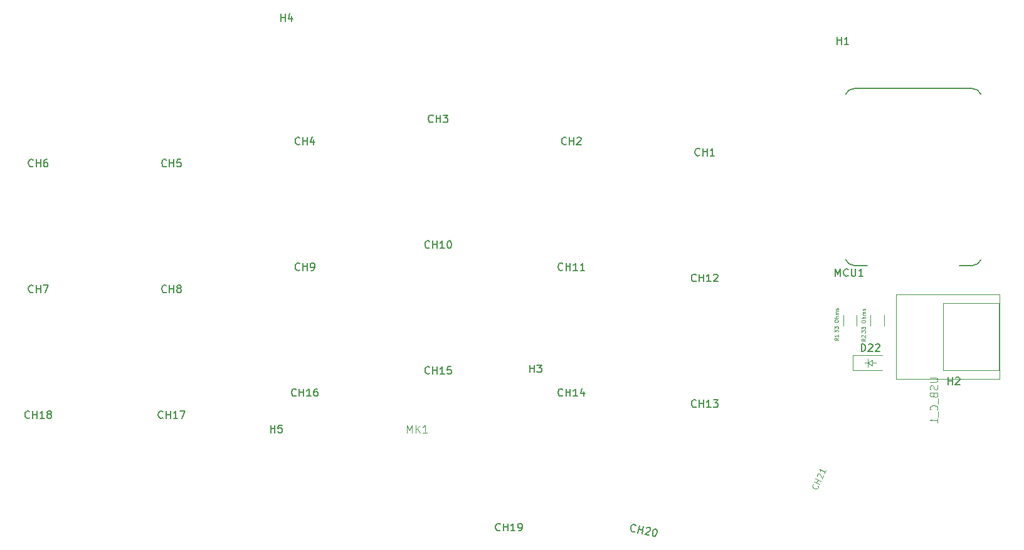
<source format=gto>
%TF.GenerationSoftware,KiCad,Pcbnew,9.0.5*%
%TF.CreationDate,2025-11-02T20:14:42+07:00*%
%TF.ProjectId,moon_knight_v1,6d6f6f6e-5f6b-46e6-9967-68745f76312e,rev?*%
%TF.SameCoordinates,Original*%
%TF.FileFunction,Legend,Top*%
%TF.FilePolarity,Positive*%
%FSLAX46Y46*%
G04 Gerber Fmt 4.6, Leading zero omitted, Abs format (unit mm)*
G04 Created by KiCad (PCBNEW 9.0.5) date 2025-11-02 20:14:42*
%MOMM*%
%LPD*%
G01*
G04 APERTURE LIST*
%ADD10C,0.100000*%
%ADD11C,0.150000*%
%ADD12C,0.125000*%
%ADD13C,0.120000*%
G04 APERTURE END LIST*
D10*
X69215074Y-97777419D02*
X69215074Y-96777419D01*
X69215074Y-96777419D02*
X69548407Y-97491704D01*
X69548407Y-97491704D02*
X69881740Y-96777419D01*
X69881740Y-96777419D02*
X69881740Y-97777419D01*
X70357931Y-97777419D02*
X70357931Y-96777419D01*
X70929359Y-97777419D02*
X70500788Y-97205990D01*
X70929359Y-96777419D02*
X70357931Y-97348847D01*
X71881740Y-97777419D02*
X71310312Y-97777419D01*
X71596026Y-97777419D02*
X71596026Y-96777419D01*
X71596026Y-96777419D02*
X71500788Y-96920276D01*
X71500788Y-96920276D02*
X71405550Y-97015514D01*
X71405550Y-97015514D02*
X71310312Y-97063133D01*
D11*
X127239285Y-45289819D02*
X127239285Y-44289819D01*
X127239285Y-44766009D02*
X127810713Y-44766009D01*
X127810713Y-45289819D02*
X127810713Y-44289819D01*
X128810713Y-45289819D02*
X128239285Y-45289819D01*
X128524999Y-45289819D02*
X128524999Y-44289819D01*
X128524999Y-44289819D02*
X128429761Y-44432676D01*
X128429761Y-44432676D02*
X128334523Y-44527914D01*
X128334523Y-44527914D02*
X128239285Y-44575533D01*
D12*
X131035999Y-85088333D02*
X130797904Y-85254999D01*
X131035999Y-85374047D02*
X130535999Y-85374047D01*
X130535999Y-85374047D02*
X130535999Y-85183571D01*
X130535999Y-85183571D02*
X130559809Y-85135952D01*
X130559809Y-85135952D02*
X130583618Y-85112142D01*
X130583618Y-85112142D02*
X130631237Y-85088333D01*
X130631237Y-85088333D02*
X130702666Y-85088333D01*
X130702666Y-85088333D02*
X130750285Y-85112142D01*
X130750285Y-85112142D02*
X130774094Y-85135952D01*
X130774094Y-85135952D02*
X130797904Y-85183571D01*
X130797904Y-85183571D02*
X130797904Y-85374047D01*
X130583618Y-84897856D02*
X130559809Y-84874047D01*
X130559809Y-84874047D02*
X130535999Y-84826428D01*
X130535999Y-84826428D02*
X130535999Y-84707380D01*
X130535999Y-84707380D02*
X130559809Y-84659761D01*
X130559809Y-84659761D02*
X130583618Y-84635952D01*
X130583618Y-84635952D02*
X130631237Y-84612142D01*
X130631237Y-84612142D02*
X130678856Y-84612142D01*
X130678856Y-84612142D02*
X130750285Y-84635952D01*
X130750285Y-84635952D02*
X131035999Y-84921666D01*
X131035999Y-84921666D02*
X131035999Y-84612142D01*
X130555999Y-84254046D02*
X130555999Y-83944522D01*
X130555999Y-83944522D02*
X130746475Y-84111189D01*
X130746475Y-84111189D02*
X130746475Y-84039760D01*
X130746475Y-84039760D02*
X130770285Y-83992141D01*
X130770285Y-83992141D02*
X130794094Y-83968332D01*
X130794094Y-83968332D02*
X130841713Y-83944522D01*
X130841713Y-83944522D02*
X130960761Y-83944522D01*
X130960761Y-83944522D02*
X131008380Y-83968332D01*
X131008380Y-83968332D02*
X131032190Y-83992141D01*
X131032190Y-83992141D02*
X131055999Y-84039760D01*
X131055999Y-84039760D02*
X131055999Y-84182617D01*
X131055999Y-84182617D02*
X131032190Y-84230236D01*
X131032190Y-84230236D02*
X131008380Y-84254046D01*
X130555999Y-83777856D02*
X130555999Y-83468332D01*
X130555999Y-83468332D02*
X130746475Y-83634999D01*
X130746475Y-83634999D02*
X130746475Y-83563570D01*
X130746475Y-83563570D02*
X130770285Y-83515951D01*
X130770285Y-83515951D02*
X130794094Y-83492142D01*
X130794094Y-83492142D02*
X130841713Y-83468332D01*
X130841713Y-83468332D02*
X130960761Y-83468332D01*
X130960761Y-83468332D02*
X131008380Y-83492142D01*
X131008380Y-83492142D02*
X131032190Y-83515951D01*
X131032190Y-83515951D02*
X131055999Y-83563570D01*
X131055999Y-83563570D02*
X131055999Y-83706427D01*
X131055999Y-83706427D02*
X131032190Y-83754046D01*
X131032190Y-83754046D02*
X131008380Y-83777856D01*
X130555999Y-82777857D02*
X130555999Y-82682619D01*
X130555999Y-82682619D02*
X130579809Y-82635000D01*
X130579809Y-82635000D02*
X130627428Y-82587381D01*
X130627428Y-82587381D02*
X130722666Y-82563571D01*
X130722666Y-82563571D02*
X130889332Y-82563571D01*
X130889332Y-82563571D02*
X130984570Y-82587381D01*
X130984570Y-82587381D02*
X131032190Y-82635000D01*
X131032190Y-82635000D02*
X131055999Y-82682619D01*
X131055999Y-82682619D02*
X131055999Y-82777857D01*
X131055999Y-82777857D02*
X131032190Y-82825476D01*
X131032190Y-82825476D02*
X130984570Y-82873095D01*
X130984570Y-82873095D02*
X130889332Y-82896904D01*
X130889332Y-82896904D02*
X130722666Y-82896904D01*
X130722666Y-82896904D02*
X130627428Y-82873095D01*
X130627428Y-82873095D02*
X130579809Y-82825476D01*
X130579809Y-82825476D02*
X130555999Y-82777857D01*
X131055999Y-82349285D02*
X130555999Y-82349285D01*
X131055999Y-82134999D02*
X130794094Y-82134999D01*
X130794094Y-82134999D02*
X130746475Y-82158809D01*
X130746475Y-82158809D02*
X130722666Y-82206428D01*
X130722666Y-82206428D02*
X130722666Y-82277856D01*
X130722666Y-82277856D02*
X130746475Y-82325475D01*
X130746475Y-82325475D02*
X130770285Y-82349285D01*
X131055999Y-81896904D02*
X130722666Y-81896904D01*
X130770285Y-81896904D02*
X130746475Y-81873094D01*
X130746475Y-81873094D02*
X130722666Y-81825475D01*
X130722666Y-81825475D02*
X130722666Y-81754047D01*
X130722666Y-81754047D02*
X130746475Y-81706428D01*
X130746475Y-81706428D02*
X130794094Y-81682618D01*
X130794094Y-81682618D02*
X131055999Y-81682618D01*
X130794094Y-81682618D02*
X130746475Y-81658809D01*
X130746475Y-81658809D02*
X130722666Y-81611190D01*
X130722666Y-81611190D02*
X130722666Y-81539761D01*
X130722666Y-81539761D02*
X130746475Y-81492142D01*
X130746475Y-81492142D02*
X130794094Y-81468332D01*
X130794094Y-81468332D02*
X131055999Y-81468332D01*
X131032190Y-81254046D02*
X131055999Y-81206427D01*
X131055999Y-81206427D02*
X131055999Y-81111189D01*
X131055999Y-81111189D02*
X131032190Y-81063570D01*
X131032190Y-81063570D02*
X130984570Y-81039761D01*
X130984570Y-81039761D02*
X130960761Y-81039761D01*
X130960761Y-81039761D02*
X130913142Y-81063570D01*
X130913142Y-81063570D02*
X130889332Y-81111189D01*
X130889332Y-81111189D02*
X130889332Y-81182618D01*
X130889332Y-81182618D02*
X130865523Y-81230237D01*
X130865523Y-81230237D02*
X130817904Y-81254046D01*
X130817904Y-81254046D02*
X130794094Y-81254046D01*
X130794094Y-81254046D02*
X130746475Y-81230237D01*
X130746475Y-81230237D02*
X130722666Y-81182618D01*
X130722666Y-81182618D02*
X130722666Y-81111189D01*
X130722666Y-81111189D02*
X130746475Y-81063570D01*
D11*
X127037744Y-76637320D02*
X127037744Y-75637320D01*
X127037744Y-75637320D02*
X127371077Y-76351605D01*
X127371077Y-76351605D02*
X127704410Y-75637320D01*
X127704410Y-75637320D02*
X127704410Y-76637320D01*
X128752029Y-76542081D02*
X128704410Y-76589701D01*
X128704410Y-76589701D02*
X128561553Y-76637320D01*
X128561553Y-76637320D02*
X128466315Y-76637320D01*
X128466315Y-76637320D02*
X128323458Y-76589701D01*
X128323458Y-76589701D02*
X128228220Y-76494462D01*
X128228220Y-76494462D02*
X128180601Y-76399224D01*
X128180601Y-76399224D02*
X128132982Y-76208748D01*
X128132982Y-76208748D02*
X128132982Y-76065891D01*
X128132982Y-76065891D02*
X128180601Y-75875415D01*
X128180601Y-75875415D02*
X128228220Y-75780177D01*
X128228220Y-75780177D02*
X128323458Y-75684939D01*
X128323458Y-75684939D02*
X128466315Y-75637320D01*
X128466315Y-75637320D02*
X128561553Y-75637320D01*
X128561553Y-75637320D02*
X128704410Y-75684939D01*
X128704410Y-75684939D02*
X128752029Y-75732558D01*
X129180601Y-75637320D02*
X129180601Y-76446843D01*
X129180601Y-76446843D02*
X129228220Y-76542081D01*
X129228220Y-76542081D02*
X129275839Y-76589701D01*
X129275839Y-76589701D02*
X129371077Y-76637320D01*
X129371077Y-76637320D02*
X129561553Y-76637320D01*
X129561553Y-76637320D02*
X129656791Y-76589701D01*
X129656791Y-76589701D02*
X129704410Y-76542081D01*
X129704410Y-76542081D02*
X129752029Y-76446843D01*
X129752029Y-76446843D02*
X129752029Y-75637320D01*
X130752029Y-76637320D02*
X130180601Y-76637320D01*
X130466315Y-76637320D02*
X130466315Y-75637320D01*
X130466315Y-75637320D02*
X130371077Y-75780177D01*
X130371077Y-75780177D02*
X130275839Y-75875415D01*
X130275839Y-75875415D02*
X130180601Y-75923034D01*
X142249285Y-91304819D02*
X142249285Y-90304819D01*
X142249285Y-90781009D02*
X142820713Y-90781009D01*
X142820713Y-91304819D02*
X142820713Y-90304819D01*
X143249285Y-90400057D02*
X143296904Y-90352438D01*
X143296904Y-90352438D02*
X143392142Y-90304819D01*
X143392142Y-90304819D02*
X143630237Y-90304819D01*
X143630237Y-90304819D02*
X143725475Y-90352438D01*
X143725475Y-90352438D02*
X143773094Y-90400057D01*
X143773094Y-90400057D02*
X143820713Y-90495295D01*
X143820713Y-90495295D02*
X143820713Y-90590533D01*
X143820713Y-90590533D02*
X143773094Y-90733390D01*
X143773094Y-90733390D02*
X143201666Y-91304819D01*
X143201666Y-91304819D02*
X143820713Y-91304819D01*
X52139285Y-42169819D02*
X52139285Y-41169819D01*
X52139285Y-41646009D02*
X52710713Y-41646009D01*
X52710713Y-42169819D02*
X52710713Y-41169819D01*
X53615475Y-41503152D02*
X53615475Y-42169819D01*
X53377380Y-41122200D02*
X53139285Y-41836485D01*
X53139285Y-41836485D02*
X53758332Y-41836485D01*
X130526904Y-86809819D02*
X130526904Y-85809819D01*
X130526904Y-85809819D02*
X130764999Y-85809819D01*
X130764999Y-85809819D02*
X130907856Y-85857438D01*
X130907856Y-85857438D02*
X131003094Y-85952676D01*
X131003094Y-85952676D02*
X131050713Y-86047914D01*
X131050713Y-86047914D02*
X131098332Y-86238390D01*
X131098332Y-86238390D02*
X131098332Y-86381247D01*
X131098332Y-86381247D02*
X131050713Y-86571723D01*
X131050713Y-86571723D02*
X131003094Y-86666961D01*
X131003094Y-86666961D02*
X130907856Y-86762200D01*
X130907856Y-86762200D02*
X130764999Y-86809819D01*
X130764999Y-86809819D02*
X130526904Y-86809819D01*
X131479285Y-85905057D02*
X131526904Y-85857438D01*
X131526904Y-85857438D02*
X131622142Y-85809819D01*
X131622142Y-85809819D02*
X131860237Y-85809819D01*
X131860237Y-85809819D02*
X131955475Y-85857438D01*
X131955475Y-85857438D02*
X132003094Y-85905057D01*
X132003094Y-85905057D02*
X132050713Y-86000295D01*
X132050713Y-86000295D02*
X132050713Y-86095533D01*
X132050713Y-86095533D02*
X132003094Y-86238390D01*
X132003094Y-86238390D02*
X131431666Y-86809819D01*
X131431666Y-86809819D02*
X132050713Y-86809819D01*
X132431666Y-85905057D02*
X132479285Y-85857438D01*
X132479285Y-85857438D02*
X132574523Y-85809819D01*
X132574523Y-85809819D02*
X132812618Y-85809819D01*
X132812618Y-85809819D02*
X132907856Y-85857438D01*
X132907856Y-85857438D02*
X132955475Y-85905057D01*
X132955475Y-85905057D02*
X133003094Y-86000295D01*
X133003094Y-86000295D02*
X133003094Y-86095533D01*
X133003094Y-86095533D02*
X132955475Y-86238390D01*
X132955475Y-86238390D02*
X132384047Y-86809819D01*
X132384047Y-86809819D02*
X133003094Y-86809819D01*
D10*
X139813609Y-90388884D02*
X140623132Y-90388884D01*
X140623132Y-90388884D02*
X140718370Y-90436503D01*
X140718370Y-90436503D02*
X140765990Y-90484122D01*
X140765990Y-90484122D02*
X140813609Y-90579360D01*
X140813609Y-90579360D02*
X140813609Y-90769836D01*
X140813609Y-90769836D02*
X140765990Y-90865074D01*
X140765990Y-90865074D02*
X140718370Y-90912693D01*
X140718370Y-90912693D02*
X140623132Y-90960312D01*
X140623132Y-90960312D02*
X139813609Y-90960312D01*
X140765990Y-91388884D02*
X140813609Y-91531741D01*
X140813609Y-91531741D02*
X140813609Y-91769836D01*
X140813609Y-91769836D02*
X140765990Y-91865074D01*
X140765990Y-91865074D02*
X140718370Y-91912693D01*
X140718370Y-91912693D02*
X140623132Y-91960312D01*
X140623132Y-91960312D02*
X140527894Y-91960312D01*
X140527894Y-91960312D02*
X140432656Y-91912693D01*
X140432656Y-91912693D02*
X140385037Y-91865074D01*
X140385037Y-91865074D02*
X140337418Y-91769836D01*
X140337418Y-91769836D02*
X140289799Y-91579360D01*
X140289799Y-91579360D02*
X140242180Y-91484122D01*
X140242180Y-91484122D02*
X140194561Y-91436503D01*
X140194561Y-91436503D02*
X140099323Y-91388884D01*
X140099323Y-91388884D02*
X140004085Y-91388884D01*
X140004085Y-91388884D02*
X139908847Y-91436503D01*
X139908847Y-91436503D02*
X139861228Y-91484122D01*
X139861228Y-91484122D02*
X139813609Y-91579360D01*
X139813609Y-91579360D02*
X139813609Y-91817455D01*
X139813609Y-91817455D02*
X139861228Y-91960312D01*
X140289799Y-92722217D02*
X140337418Y-92865074D01*
X140337418Y-92865074D02*
X140385037Y-92912693D01*
X140385037Y-92912693D02*
X140480275Y-92960312D01*
X140480275Y-92960312D02*
X140623132Y-92960312D01*
X140623132Y-92960312D02*
X140718370Y-92912693D01*
X140718370Y-92912693D02*
X140765990Y-92865074D01*
X140765990Y-92865074D02*
X140813609Y-92769836D01*
X140813609Y-92769836D02*
X140813609Y-92388884D01*
X140813609Y-92388884D02*
X139813609Y-92388884D01*
X139813609Y-92388884D02*
X139813609Y-92722217D01*
X139813609Y-92722217D02*
X139861228Y-92817455D01*
X139861228Y-92817455D02*
X139908847Y-92865074D01*
X139908847Y-92865074D02*
X140004085Y-92912693D01*
X140004085Y-92912693D02*
X140099323Y-92912693D01*
X140099323Y-92912693D02*
X140194561Y-92865074D01*
X140194561Y-92865074D02*
X140242180Y-92817455D01*
X140242180Y-92817455D02*
X140289799Y-92722217D01*
X140289799Y-92722217D02*
X140289799Y-92388884D01*
X140908847Y-93150789D02*
X140908847Y-93912693D01*
X140718370Y-94722217D02*
X140765990Y-94674598D01*
X140765990Y-94674598D02*
X140813609Y-94531741D01*
X140813609Y-94531741D02*
X140813609Y-94436503D01*
X140813609Y-94436503D02*
X140765990Y-94293646D01*
X140765990Y-94293646D02*
X140670751Y-94198408D01*
X140670751Y-94198408D02*
X140575513Y-94150789D01*
X140575513Y-94150789D02*
X140385037Y-94103170D01*
X140385037Y-94103170D02*
X140242180Y-94103170D01*
X140242180Y-94103170D02*
X140051704Y-94150789D01*
X140051704Y-94150789D02*
X139956466Y-94198408D01*
X139956466Y-94198408D02*
X139861228Y-94293646D01*
X139861228Y-94293646D02*
X139813609Y-94436503D01*
X139813609Y-94436503D02*
X139813609Y-94531741D01*
X139813609Y-94531741D02*
X139861228Y-94674598D01*
X139861228Y-94674598D02*
X139908847Y-94722217D01*
X140908847Y-94912694D02*
X140908847Y-95674598D01*
X140813609Y-96436503D02*
X140813609Y-95865075D01*
X140813609Y-96150789D02*
X139813609Y-96150789D01*
X139813609Y-96150789D02*
X139956466Y-96055551D01*
X139956466Y-96055551D02*
X140051704Y-95960313D01*
X140051704Y-95960313D02*
X140099323Y-95865075D01*
D11*
X85789285Y-89629819D02*
X85789285Y-88629819D01*
X85789285Y-89106009D02*
X86360713Y-89106009D01*
X86360713Y-89629819D02*
X86360713Y-88629819D01*
X86741666Y-88629819D02*
X87360713Y-88629819D01*
X87360713Y-88629819D02*
X87027380Y-89010771D01*
X87027380Y-89010771D02*
X87170237Y-89010771D01*
X87170237Y-89010771D02*
X87265475Y-89058390D01*
X87265475Y-89058390D02*
X87313094Y-89106009D01*
X87313094Y-89106009D02*
X87360713Y-89201247D01*
X87360713Y-89201247D02*
X87360713Y-89439342D01*
X87360713Y-89439342D02*
X87313094Y-89534580D01*
X87313094Y-89534580D02*
X87265475Y-89582200D01*
X87265475Y-89582200D02*
X87170237Y-89629819D01*
X87170237Y-89629819D02*
X86884523Y-89629819D01*
X86884523Y-89629819D02*
X86789285Y-89582200D01*
X86789285Y-89582200D02*
X86741666Y-89534580D01*
X50769285Y-97779819D02*
X50769285Y-96779819D01*
X50769285Y-97256009D02*
X51340713Y-97256009D01*
X51340713Y-97779819D02*
X51340713Y-96779819D01*
X52293094Y-96779819D02*
X51816904Y-96779819D01*
X51816904Y-96779819D02*
X51769285Y-97256009D01*
X51769285Y-97256009D02*
X51816904Y-97208390D01*
X51816904Y-97208390D02*
X51912142Y-97160771D01*
X51912142Y-97160771D02*
X52150237Y-97160771D01*
X52150237Y-97160771D02*
X52245475Y-97208390D01*
X52245475Y-97208390D02*
X52293094Y-97256009D01*
X52293094Y-97256009D02*
X52340713Y-97351247D01*
X52340713Y-97351247D02*
X52340713Y-97589342D01*
X52340713Y-97589342D02*
X52293094Y-97684580D01*
X52293094Y-97684580D02*
X52245475Y-97732200D01*
X52245475Y-97732200D02*
X52150237Y-97779819D01*
X52150237Y-97779819D02*
X51912142Y-97779819D01*
X51912142Y-97779819D02*
X51816904Y-97732200D01*
X51816904Y-97732200D02*
X51769285Y-97684580D01*
D12*
X127395999Y-85008333D02*
X127157904Y-85174999D01*
X127395999Y-85294047D02*
X126895999Y-85294047D01*
X126895999Y-85294047D02*
X126895999Y-85103571D01*
X126895999Y-85103571D02*
X126919809Y-85055952D01*
X126919809Y-85055952D02*
X126943618Y-85032142D01*
X126943618Y-85032142D02*
X126991237Y-85008333D01*
X126991237Y-85008333D02*
X127062666Y-85008333D01*
X127062666Y-85008333D02*
X127110285Y-85032142D01*
X127110285Y-85032142D02*
X127134094Y-85055952D01*
X127134094Y-85055952D02*
X127157904Y-85103571D01*
X127157904Y-85103571D02*
X127157904Y-85294047D01*
X127395999Y-84532142D02*
X127395999Y-84817856D01*
X127395999Y-84674999D02*
X126895999Y-84674999D01*
X126895999Y-84674999D02*
X126967428Y-84722618D01*
X126967428Y-84722618D02*
X127015047Y-84770237D01*
X127015047Y-84770237D02*
X127038856Y-84817856D01*
X126885999Y-84204048D02*
X126885999Y-83894524D01*
X126885999Y-83894524D02*
X127076475Y-84061191D01*
X127076475Y-84061191D02*
X127076475Y-83989762D01*
X127076475Y-83989762D02*
X127100285Y-83942143D01*
X127100285Y-83942143D02*
X127124094Y-83918334D01*
X127124094Y-83918334D02*
X127171713Y-83894524D01*
X127171713Y-83894524D02*
X127290761Y-83894524D01*
X127290761Y-83894524D02*
X127338380Y-83918334D01*
X127338380Y-83918334D02*
X127362190Y-83942143D01*
X127362190Y-83942143D02*
X127385999Y-83989762D01*
X127385999Y-83989762D02*
X127385999Y-84132619D01*
X127385999Y-84132619D02*
X127362190Y-84180238D01*
X127362190Y-84180238D02*
X127338380Y-84204048D01*
X126885999Y-83727858D02*
X126885999Y-83418334D01*
X126885999Y-83418334D02*
X127076475Y-83585001D01*
X127076475Y-83585001D02*
X127076475Y-83513572D01*
X127076475Y-83513572D02*
X127100285Y-83465953D01*
X127100285Y-83465953D02*
X127124094Y-83442144D01*
X127124094Y-83442144D02*
X127171713Y-83418334D01*
X127171713Y-83418334D02*
X127290761Y-83418334D01*
X127290761Y-83418334D02*
X127338380Y-83442144D01*
X127338380Y-83442144D02*
X127362190Y-83465953D01*
X127362190Y-83465953D02*
X127385999Y-83513572D01*
X127385999Y-83513572D02*
X127385999Y-83656429D01*
X127385999Y-83656429D02*
X127362190Y-83704048D01*
X127362190Y-83704048D02*
X127338380Y-83727858D01*
X126885999Y-82727859D02*
X126885999Y-82632621D01*
X126885999Y-82632621D02*
X126909809Y-82585002D01*
X126909809Y-82585002D02*
X126957428Y-82537383D01*
X126957428Y-82537383D02*
X127052666Y-82513573D01*
X127052666Y-82513573D02*
X127219332Y-82513573D01*
X127219332Y-82513573D02*
X127314570Y-82537383D01*
X127314570Y-82537383D02*
X127362190Y-82585002D01*
X127362190Y-82585002D02*
X127385999Y-82632621D01*
X127385999Y-82632621D02*
X127385999Y-82727859D01*
X127385999Y-82727859D02*
X127362190Y-82775478D01*
X127362190Y-82775478D02*
X127314570Y-82823097D01*
X127314570Y-82823097D02*
X127219332Y-82846906D01*
X127219332Y-82846906D02*
X127052666Y-82846906D01*
X127052666Y-82846906D02*
X126957428Y-82823097D01*
X126957428Y-82823097D02*
X126909809Y-82775478D01*
X126909809Y-82775478D02*
X126885999Y-82727859D01*
X127385999Y-82299287D02*
X126885999Y-82299287D01*
X127385999Y-82085001D02*
X127124094Y-82085001D01*
X127124094Y-82085001D02*
X127076475Y-82108811D01*
X127076475Y-82108811D02*
X127052666Y-82156430D01*
X127052666Y-82156430D02*
X127052666Y-82227858D01*
X127052666Y-82227858D02*
X127076475Y-82275477D01*
X127076475Y-82275477D02*
X127100285Y-82299287D01*
X127385999Y-81846906D02*
X127052666Y-81846906D01*
X127100285Y-81846906D02*
X127076475Y-81823096D01*
X127076475Y-81823096D02*
X127052666Y-81775477D01*
X127052666Y-81775477D02*
X127052666Y-81704049D01*
X127052666Y-81704049D02*
X127076475Y-81656430D01*
X127076475Y-81656430D02*
X127124094Y-81632620D01*
X127124094Y-81632620D02*
X127385999Y-81632620D01*
X127124094Y-81632620D02*
X127076475Y-81608811D01*
X127076475Y-81608811D02*
X127052666Y-81561192D01*
X127052666Y-81561192D02*
X127052666Y-81489763D01*
X127052666Y-81489763D02*
X127076475Y-81442144D01*
X127076475Y-81442144D02*
X127124094Y-81418334D01*
X127124094Y-81418334D02*
X127385999Y-81418334D01*
X127362190Y-81204048D02*
X127385999Y-81156429D01*
X127385999Y-81156429D02*
X127385999Y-81061191D01*
X127385999Y-81061191D02*
X127362190Y-81013572D01*
X127362190Y-81013572D02*
X127314570Y-80989763D01*
X127314570Y-80989763D02*
X127290761Y-80989763D01*
X127290761Y-80989763D02*
X127243142Y-81013572D01*
X127243142Y-81013572D02*
X127219332Y-81061191D01*
X127219332Y-81061191D02*
X127219332Y-81132620D01*
X127219332Y-81132620D02*
X127195523Y-81180239D01*
X127195523Y-81180239D02*
X127147904Y-81204048D01*
X127147904Y-81204048D02*
X127124094Y-81204048D01*
X127124094Y-81204048D02*
X127076475Y-81180239D01*
X127076475Y-81180239D02*
X127052666Y-81132620D01*
X127052666Y-81132620D02*
X127052666Y-81061191D01*
X127052666Y-81061191D02*
X127076475Y-81013572D01*
D11*
X72690713Y-55759580D02*
X72643094Y-55807200D01*
X72643094Y-55807200D02*
X72500237Y-55854819D01*
X72500237Y-55854819D02*
X72404999Y-55854819D01*
X72404999Y-55854819D02*
X72262142Y-55807200D01*
X72262142Y-55807200D02*
X72166904Y-55711961D01*
X72166904Y-55711961D02*
X72119285Y-55616723D01*
X72119285Y-55616723D02*
X72071666Y-55426247D01*
X72071666Y-55426247D02*
X72071666Y-55283390D01*
X72071666Y-55283390D02*
X72119285Y-55092914D01*
X72119285Y-55092914D02*
X72166904Y-54997676D01*
X72166904Y-54997676D02*
X72262142Y-54902438D01*
X72262142Y-54902438D02*
X72404999Y-54854819D01*
X72404999Y-54854819D02*
X72500237Y-54854819D01*
X72500237Y-54854819D02*
X72643094Y-54902438D01*
X72643094Y-54902438D02*
X72690713Y-54950057D01*
X73119285Y-55854819D02*
X73119285Y-54854819D01*
X73119285Y-55331009D02*
X73690713Y-55331009D01*
X73690713Y-55854819D02*
X73690713Y-54854819D01*
X74071666Y-54854819D02*
X74690713Y-54854819D01*
X74690713Y-54854819D02*
X74357380Y-55235771D01*
X74357380Y-55235771D02*
X74500237Y-55235771D01*
X74500237Y-55235771D02*
X74595475Y-55283390D01*
X74595475Y-55283390D02*
X74643094Y-55331009D01*
X74643094Y-55331009D02*
X74690713Y-55426247D01*
X74690713Y-55426247D02*
X74690713Y-55664342D01*
X74690713Y-55664342D02*
X74643094Y-55759580D01*
X74643094Y-55759580D02*
X74595475Y-55807200D01*
X74595475Y-55807200D02*
X74500237Y-55854819D01*
X74500237Y-55854819D02*
X74214523Y-55854819D01*
X74214523Y-55854819D02*
X74119285Y-55807200D01*
X74119285Y-55807200D02*
X74071666Y-55759580D01*
X54690713Y-58759580D02*
X54643094Y-58807200D01*
X54643094Y-58807200D02*
X54500237Y-58854819D01*
X54500237Y-58854819D02*
X54404999Y-58854819D01*
X54404999Y-58854819D02*
X54262142Y-58807200D01*
X54262142Y-58807200D02*
X54166904Y-58711961D01*
X54166904Y-58711961D02*
X54119285Y-58616723D01*
X54119285Y-58616723D02*
X54071666Y-58426247D01*
X54071666Y-58426247D02*
X54071666Y-58283390D01*
X54071666Y-58283390D02*
X54119285Y-58092914D01*
X54119285Y-58092914D02*
X54166904Y-57997676D01*
X54166904Y-57997676D02*
X54262142Y-57902438D01*
X54262142Y-57902438D02*
X54404999Y-57854819D01*
X54404999Y-57854819D02*
X54500237Y-57854819D01*
X54500237Y-57854819D02*
X54643094Y-57902438D01*
X54643094Y-57902438D02*
X54690713Y-57950057D01*
X55119285Y-58854819D02*
X55119285Y-57854819D01*
X55119285Y-58331009D02*
X55690713Y-58331009D01*
X55690713Y-58854819D02*
X55690713Y-57854819D01*
X56595475Y-58188152D02*
X56595475Y-58854819D01*
X56357380Y-57807200D02*
X56119285Y-58521485D01*
X56119285Y-58521485D02*
X56738332Y-58521485D01*
X108690713Y-60259580D02*
X108643094Y-60307200D01*
X108643094Y-60307200D02*
X108500237Y-60354819D01*
X108500237Y-60354819D02*
X108404999Y-60354819D01*
X108404999Y-60354819D02*
X108262142Y-60307200D01*
X108262142Y-60307200D02*
X108166904Y-60211961D01*
X108166904Y-60211961D02*
X108119285Y-60116723D01*
X108119285Y-60116723D02*
X108071666Y-59926247D01*
X108071666Y-59926247D02*
X108071666Y-59783390D01*
X108071666Y-59783390D02*
X108119285Y-59592914D01*
X108119285Y-59592914D02*
X108166904Y-59497676D01*
X108166904Y-59497676D02*
X108262142Y-59402438D01*
X108262142Y-59402438D02*
X108404999Y-59354819D01*
X108404999Y-59354819D02*
X108500237Y-59354819D01*
X108500237Y-59354819D02*
X108643094Y-59402438D01*
X108643094Y-59402438D02*
X108690713Y-59450057D01*
X109119285Y-60354819D02*
X109119285Y-59354819D01*
X109119285Y-59831009D02*
X109690713Y-59831009D01*
X109690713Y-60354819D02*
X109690713Y-59354819D01*
X110690713Y-60354819D02*
X110119285Y-60354819D01*
X110404999Y-60354819D02*
X110404999Y-59354819D01*
X110404999Y-59354819D02*
X110309761Y-59497676D01*
X110309761Y-59497676D02*
X110214523Y-59592914D01*
X110214523Y-59592914D02*
X110119285Y-59640533D01*
X99947879Y-111142999D02*
X99891400Y-111179676D01*
X99891400Y-111179676D02*
X99741764Y-111196553D01*
X99741764Y-111196553D02*
X99648607Y-111176752D01*
X99648607Y-111176752D02*
X99518773Y-111100472D01*
X99518773Y-111100472D02*
X99445417Y-110987514D01*
X99445417Y-110987514D02*
X99418640Y-110884456D01*
X99418640Y-110884456D02*
X99411663Y-110688242D01*
X99411663Y-110688242D02*
X99441365Y-110548507D01*
X99441365Y-110548507D02*
X99527546Y-110372093D01*
X99527546Y-110372093D02*
X99593925Y-110288837D01*
X99593925Y-110288837D02*
X99706883Y-110215481D01*
X99706883Y-110215481D02*
X99856519Y-110198605D01*
X99856519Y-110198605D02*
X99949676Y-110218406D01*
X99949676Y-110218406D02*
X100079511Y-110294686D01*
X100079511Y-110294686D02*
X100116189Y-110351165D01*
X100347284Y-111325260D02*
X100555196Y-110347113D01*
X100456190Y-110812897D02*
X101015132Y-110931704D01*
X100906226Y-111444067D02*
X101114138Y-110465920D01*
X101513542Y-110648181D02*
X101570021Y-110611504D01*
X101570021Y-110611504D02*
X101673079Y-110584726D01*
X101673079Y-110584726D02*
X101905971Y-110634229D01*
X101905971Y-110634229D02*
X101989228Y-110700609D01*
X101989228Y-110700609D02*
X102025906Y-110757088D01*
X102025906Y-110757088D02*
X102052683Y-110860145D01*
X102052683Y-110860145D02*
X102032882Y-110953302D01*
X102032882Y-110953302D02*
X101956602Y-111083137D01*
X101956602Y-111083137D02*
X101278853Y-111523272D01*
X101278853Y-111523272D02*
X101884373Y-111651979D01*
X102697805Y-110802538D02*
X102790962Y-110822340D01*
X102790962Y-110822340D02*
X102874218Y-110888719D01*
X102874218Y-110888719D02*
X102910896Y-110945198D01*
X102910896Y-110945198D02*
X102937674Y-111048256D01*
X102937674Y-111048256D02*
X102944650Y-111244470D01*
X102944650Y-111244470D02*
X102895147Y-111477362D01*
X102895147Y-111477362D02*
X102808966Y-111653776D01*
X102808966Y-111653776D02*
X102742587Y-111737032D01*
X102742587Y-111737032D02*
X102686108Y-111773710D01*
X102686108Y-111773710D02*
X102583050Y-111800487D01*
X102583050Y-111800487D02*
X102489893Y-111780686D01*
X102489893Y-111780686D02*
X102406637Y-111714307D01*
X102406637Y-111714307D02*
X102369959Y-111657828D01*
X102369959Y-111657828D02*
X102343182Y-111554770D01*
X102343182Y-111554770D02*
X102336206Y-111358556D01*
X102336206Y-111358556D02*
X102385708Y-111125663D01*
X102385708Y-111125663D02*
X102471889Y-110949250D01*
X102471889Y-110949250D02*
X102538269Y-110865994D01*
X102538269Y-110865994D02*
X102594748Y-110829316D01*
X102594748Y-110829316D02*
X102697805Y-110802538D01*
X18690713Y-61759580D02*
X18643094Y-61807200D01*
X18643094Y-61807200D02*
X18500237Y-61854819D01*
X18500237Y-61854819D02*
X18404999Y-61854819D01*
X18404999Y-61854819D02*
X18262142Y-61807200D01*
X18262142Y-61807200D02*
X18166904Y-61711961D01*
X18166904Y-61711961D02*
X18119285Y-61616723D01*
X18119285Y-61616723D02*
X18071666Y-61426247D01*
X18071666Y-61426247D02*
X18071666Y-61283390D01*
X18071666Y-61283390D02*
X18119285Y-61092914D01*
X18119285Y-61092914D02*
X18166904Y-60997676D01*
X18166904Y-60997676D02*
X18262142Y-60902438D01*
X18262142Y-60902438D02*
X18404999Y-60854819D01*
X18404999Y-60854819D02*
X18500237Y-60854819D01*
X18500237Y-60854819D02*
X18643094Y-60902438D01*
X18643094Y-60902438D02*
X18690713Y-60950057D01*
X19119285Y-61854819D02*
X19119285Y-60854819D01*
X19119285Y-61331009D02*
X19690713Y-61331009D01*
X19690713Y-61854819D02*
X19690713Y-60854819D01*
X20595475Y-60854819D02*
X20404999Y-60854819D01*
X20404999Y-60854819D02*
X20309761Y-60902438D01*
X20309761Y-60902438D02*
X20262142Y-60950057D01*
X20262142Y-60950057D02*
X20166904Y-61092914D01*
X20166904Y-61092914D02*
X20119285Y-61283390D01*
X20119285Y-61283390D02*
X20119285Y-61664342D01*
X20119285Y-61664342D02*
X20166904Y-61759580D01*
X20166904Y-61759580D02*
X20214523Y-61807200D01*
X20214523Y-61807200D02*
X20309761Y-61854819D01*
X20309761Y-61854819D02*
X20500237Y-61854819D01*
X20500237Y-61854819D02*
X20595475Y-61807200D01*
X20595475Y-61807200D02*
X20643094Y-61759580D01*
X20643094Y-61759580D02*
X20690713Y-61664342D01*
X20690713Y-61664342D02*
X20690713Y-61426247D01*
X20690713Y-61426247D02*
X20643094Y-61331009D01*
X20643094Y-61331009D02*
X20595475Y-61283390D01*
X20595475Y-61283390D02*
X20500237Y-61235771D01*
X20500237Y-61235771D02*
X20309761Y-61235771D01*
X20309761Y-61235771D02*
X20214523Y-61283390D01*
X20214523Y-61283390D02*
X20166904Y-61331009D01*
X20166904Y-61331009D02*
X20119285Y-61426247D01*
X36214523Y-95759580D02*
X36166904Y-95807200D01*
X36166904Y-95807200D02*
X36024047Y-95854819D01*
X36024047Y-95854819D02*
X35928809Y-95854819D01*
X35928809Y-95854819D02*
X35785952Y-95807200D01*
X35785952Y-95807200D02*
X35690714Y-95711961D01*
X35690714Y-95711961D02*
X35643095Y-95616723D01*
X35643095Y-95616723D02*
X35595476Y-95426247D01*
X35595476Y-95426247D02*
X35595476Y-95283390D01*
X35595476Y-95283390D02*
X35643095Y-95092914D01*
X35643095Y-95092914D02*
X35690714Y-94997676D01*
X35690714Y-94997676D02*
X35785952Y-94902438D01*
X35785952Y-94902438D02*
X35928809Y-94854819D01*
X35928809Y-94854819D02*
X36024047Y-94854819D01*
X36024047Y-94854819D02*
X36166904Y-94902438D01*
X36166904Y-94902438D02*
X36214523Y-94950057D01*
X36643095Y-95854819D02*
X36643095Y-94854819D01*
X36643095Y-95331009D02*
X37214523Y-95331009D01*
X37214523Y-95854819D02*
X37214523Y-94854819D01*
X38214523Y-95854819D02*
X37643095Y-95854819D01*
X37928809Y-95854819D02*
X37928809Y-94854819D01*
X37928809Y-94854819D02*
X37833571Y-94997676D01*
X37833571Y-94997676D02*
X37738333Y-95092914D01*
X37738333Y-95092914D02*
X37643095Y-95140533D01*
X38547857Y-94854819D02*
X39214523Y-94854819D01*
X39214523Y-94854819D02*
X38785952Y-95854819D01*
X90690713Y-58759580D02*
X90643094Y-58807200D01*
X90643094Y-58807200D02*
X90500237Y-58854819D01*
X90500237Y-58854819D02*
X90404999Y-58854819D01*
X90404999Y-58854819D02*
X90262142Y-58807200D01*
X90262142Y-58807200D02*
X90166904Y-58711961D01*
X90166904Y-58711961D02*
X90119285Y-58616723D01*
X90119285Y-58616723D02*
X90071666Y-58426247D01*
X90071666Y-58426247D02*
X90071666Y-58283390D01*
X90071666Y-58283390D02*
X90119285Y-58092914D01*
X90119285Y-58092914D02*
X90166904Y-57997676D01*
X90166904Y-57997676D02*
X90262142Y-57902438D01*
X90262142Y-57902438D02*
X90404999Y-57854819D01*
X90404999Y-57854819D02*
X90500237Y-57854819D01*
X90500237Y-57854819D02*
X90643094Y-57902438D01*
X90643094Y-57902438D02*
X90690713Y-57950057D01*
X91119285Y-58854819D02*
X91119285Y-57854819D01*
X91119285Y-58331009D02*
X91690713Y-58331009D01*
X91690713Y-58854819D02*
X91690713Y-57854819D01*
X92119285Y-57950057D02*
X92166904Y-57902438D01*
X92166904Y-57902438D02*
X92262142Y-57854819D01*
X92262142Y-57854819D02*
X92500237Y-57854819D01*
X92500237Y-57854819D02*
X92595475Y-57902438D01*
X92595475Y-57902438D02*
X92643094Y-57950057D01*
X92643094Y-57950057D02*
X92690713Y-58045295D01*
X92690713Y-58045295D02*
X92690713Y-58140533D01*
X92690713Y-58140533D02*
X92643094Y-58283390D01*
X92643094Y-58283390D02*
X92071666Y-58854819D01*
X92071666Y-58854819D02*
X92690713Y-58854819D01*
X90214523Y-92759580D02*
X90166904Y-92807200D01*
X90166904Y-92807200D02*
X90024047Y-92854819D01*
X90024047Y-92854819D02*
X89928809Y-92854819D01*
X89928809Y-92854819D02*
X89785952Y-92807200D01*
X89785952Y-92807200D02*
X89690714Y-92711961D01*
X89690714Y-92711961D02*
X89643095Y-92616723D01*
X89643095Y-92616723D02*
X89595476Y-92426247D01*
X89595476Y-92426247D02*
X89595476Y-92283390D01*
X89595476Y-92283390D02*
X89643095Y-92092914D01*
X89643095Y-92092914D02*
X89690714Y-91997676D01*
X89690714Y-91997676D02*
X89785952Y-91902438D01*
X89785952Y-91902438D02*
X89928809Y-91854819D01*
X89928809Y-91854819D02*
X90024047Y-91854819D01*
X90024047Y-91854819D02*
X90166904Y-91902438D01*
X90166904Y-91902438D02*
X90214523Y-91950057D01*
X90643095Y-92854819D02*
X90643095Y-91854819D01*
X90643095Y-92331009D02*
X91214523Y-92331009D01*
X91214523Y-92854819D02*
X91214523Y-91854819D01*
X92214523Y-92854819D02*
X91643095Y-92854819D01*
X91928809Y-92854819D02*
X91928809Y-91854819D01*
X91928809Y-91854819D02*
X91833571Y-91997676D01*
X91833571Y-91997676D02*
X91738333Y-92092914D01*
X91738333Y-92092914D02*
X91643095Y-92140533D01*
X93071666Y-92188152D02*
X93071666Y-92854819D01*
X92833571Y-91807200D02*
X92595476Y-92521485D01*
X92595476Y-92521485D02*
X93214523Y-92521485D01*
X108214523Y-77259580D02*
X108166904Y-77307200D01*
X108166904Y-77307200D02*
X108024047Y-77354819D01*
X108024047Y-77354819D02*
X107928809Y-77354819D01*
X107928809Y-77354819D02*
X107785952Y-77307200D01*
X107785952Y-77307200D02*
X107690714Y-77211961D01*
X107690714Y-77211961D02*
X107643095Y-77116723D01*
X107643095Y-77116723D02*
X107595476Y-76926247D01*
X107595476Y-76926247D02*
X107595476Y-76783390D01*
X107595476Y-76783390D02*
X107643095Y-76592914D01*
X107643095Y-76592914D02*
X107690714Y-76497676D01*
X107690714Y-76497676D02*
X107785952Y-76402438D01*
X107785952Y-76402438D02*
X107928809Y-76354819D01*
X107928809Y-76354819D02*
X108024047Y-76354819D01*
X108024047Y-76354819D02*
X108166904Y-76402438D01*
X108166904Y-76402438D02*
X108214523Y-76450057D01*
X108643095Y-77354819D02*
X108643095Y-76354819D01*
X108643095Y-76831009D02*
X109214523Y-76831009D01*
X109214523Y-77354819D02*
X109214523Y-76354819D01*
X110214523Y-77354819D02*
X109643095Y-77354819D01*
X109928809Y-77354819D02*
X109928809Y-76354819D01*
X109928809Y-76354819D02*
X109833571Y-76497676D01*
X109833571Y-76497676D02*
X109738333Y-76592914D01*
X109738333Y-76592914D02*
X109643095Y-76640533D01*
X110595476Y-76450057D02*
X110643095Y-76402438D01*
X110643095Y-76402438D02*
X110738333Y-76354819D01*
X110738333Y-76354819D02*
X110976428Y-76354819D01*
X110976428Y-76354819D02*
X111071666Y-76402438D01*
X111071666Y-76402438D02*
X111119285Y-76450057D01*
X111119285Y-76450057D02*
X111166904Y-76545295D01*
X111166904Y-76545295D02*
X111166904Y-76640533D01*
X111166904Y-76640533D02*
X111119285Y-76783390D01*
X111119285Y-76783390D02*
X110547857Y-77354819D01*
X110547857Y-77354819D02*
X111166904Y-77354819D01*
X18214523Y-95759580D02*
X18166904Y-95807200D01*
X18166904Y-95807200D02*
X18024047Y-95854819D01*
X18024047Y-95854819D02*
X17928809Y-95854819D01*
X17928809Y-95854819D02*
X17785952Y-95807200D01*
X17785952Y-95807200D02*
X17690714Y-95711961D01*
X17690714Y-95711961D02*
X17643095Y-95616723D01*
X17643095Y-95616723D02*
X17595476Y-95426247D01*
X17595476Y-95426247D02*
X17595476Y-95283390D01*
X17595476Y-95283390D02*
X17643095Y-95092914D01*
X17643095Y-95092914D02*
X17690714Y-94997676D01*
X17690714Y-94997676D02*
X17785952Y-94902438D01*
X17785952Y-94902438D02*
X17928809Y-94854819D01*
X17928809Y-94854819D02*
X18024047Y-94854819D01*
X18024047Y-94854819D02*
X18166904Y-94902438D01*
X18166904Y-94902438D02*
X18214523Y-94950057D01*
X18643095Y-95854819D02*
X18643095Y-94854819D01*
X18643095Y-95331009D02*
X19214523Y-95331009D01*
X19214523Y-95854819D02*
X19214523Y-94854819D01*
X20214523Y-95854819D02*
X19643095Y-95854819D01*
X19928809Y-95854819D02*
X19928809Y-94854819D01*
X19928809Y-94854819D02*
X19833571Y-94997676D01*
X19833571Y-94997676D02*
X19738333Y-95092914D01*
X19738333Y-95092914D02*
X19643095Y-95140533D01*
X20785952Y-95283390D02*
X20690714Y-95235771D01*
X20690714Y-95235771D02*
X20643095Y-95188152D01*
X20643095Y-95188152D02*
X20595476Y-95092914D01*
X20595476Y-95092914D02*
X20595476Y-95045295D01*
X20595476Y-95045295D02*
X20643095Y-94950057D01*
X20643095Y-94950057D02*
X20690714Y-94902438D01*
X20690714Y-94902438D02*
X20785952Y-94854819D01*
X20785952Y-94854819D02*
X20976428Y-94854819D01*
X20976428Y-94854819D02*
X21071666Y-94902438D01*
X21071666Y-94902438D02*
X21119285Y-94950057D01*
X21119285Y-94950057D02*
X21166904Y-95045295D01*
X21166904Y-95045295D02*
X21166904Y-95092914D01*
X21166904Y-95092914D02*
X21119285Y-95188152D01*
X21119285Y-95188152D02*
X21071666Y-95235771D01*
X21071666Y-95235771D02*
X20976428Y-95283390D01*
X20976428Y-95283390D02*
X20785952Y-95283390D01*
X20785952Y-95283390D02*
X20690714Y-95331009D01*
X20690714Y-95331009D02*
X20643095Y-95378628D01*
X20643095Y-95378628D02*
X20595476Y-95473866D01*
X20595476Y-95473866D02*
X20595476Y-95664342D01*
X20595476Y-95664342D02*
X20643095Y-95759580D01*
X20643095Y-95759580D02*
X20690714Y-95807200D01*
X20690714Y-95807200D02*
X20785952Y-95854819D01*
X20785952Y-95854819D02*
X20976428Y-95854819D01*
X20976428Y-95854819D02*
X21071666Y-95807200D01*
X21071666Y-95807200D02*
X21119285Y-95759580D01*
X21119285Y-95759580D02*
X21166904Y-95664342D01*
X21166904Y-95664342D02*
X21166904Y-95473866D01*
X21166904Y-95473866D02*
X21119285Y-95378628D01*
X21119285Y-95378628D02*
X21071666Y-95331009D01*
X21071666Y-95331009D02*
X20976428Y-95283390D01*
X72214523Y-72759580D02*
X72166904Y-72807200D01*
X72166904Y-72807200D02*
X72024047Y-72854819D01*
X72024047Y-72854819D02*
X71928809Y-72854819D01*
X71928809Y-72854819D02*
X71785952Y-72807200D01*
X71785952Y-72807200D02*
X71690714Y-72711961D01*
X71690714Y-72711961D02*
X71643095Y-72616723D01*
X71643095Y-72616723D02*
X71595476Y-72426247D01*
X71595476Y-72426247D02*
X71595476Y-72283390D01*
X71595476Y-72283390D02*
X71643095Y-72092914D01*
X71643095Y-72092914D02*
X71690714Y-71997676D01*
X71690714Y-71997676D02*
X71785952Y-71902438D01*
X71785952Y-71902438D02*
X71928809Y-71854819D01*
X71928809Y-71854819D02*
X72024047Y-71854819D01*
X72024047Y-71854819D02*
X72166904Y-71902438D01*
X72166904Y-71902438D02*
X72214523Y-71950057D01*
X72643095Y-72854819D02*
X72643095Y-71854819D01*
X72643095Y-72331009D02*
X73214523Y-72331009D01*
X73214523Y-72854819D02*
X73214523Y-71854819D01*
X74214523Y-72854819D02*
X73643095Y-72854819D01*
X73928809Y-72854819D02*
X73928809Y-71854819D01*
X73928809Y-71854819D02*
X73833571Y-71997676D01*
X73833571Y-71997676D02*
X73738333Y-72092914D01*
X73738333Y-72092914D02*
X73643095Y-72140533D01*
X74833571Y-71854819D02*
X74928809Y-71854819D01*
X74928809Y-71854819D02*
X75024047Y-71902438D01*
X75024047Y-71902438D02*
X75071666Y-71950057D01*
X75071666Y-71950057D02*
X75119285Y-72045295D01*
X75119285Y-72045295D02*
X75166904Y-72235771D01*
X75166904Y-72235771D02*
X75166904Y-72473866D01*
X75166904Y-72473866D02*
X75119285Y-72664342D01*
X75119285Y-72664342D02*
X75071666Y-72759580D01*
X75071666Y-72759580D02*
X75024047Y-72807200D01*
X75024047Y-72807200D02*
X74928809Y-72854819D01*
X74928809Y-72854819D02*
X74833571Y-72854819D01*
X74833571Y-72854819D02*
X74738333Y-72807200D01*
X74738333Y-72807200D02*
X74690714Y-72759580D01*
X74690714Y-72759580D02*
X74643095Y-72664342D01*
X74643095Y-72664342D02*
X74595476Y-72473866D01*
X74595476Y-72473866D02*
X74595476Y-72235771D01*
X74595476Y-72235771D02*
X74643095Y-72045295D01*
X74643095Y-72045295D02*
X74690714Y-71950057D01*
X74690714Y-71950057D02*
X74738333Y-71902438D01*
X74738333Y-71902438D02*
X74833571Y-71854819D01*
X81764523Y-110959580D02*
X81716904Y-111007200D01*
X81716904Y-111007200D02*
X81574047Y-111054819D01*
X81574047Y-111054819D02*
X81478809Y-111054819D01*
X81478809Y-111054819D02*
X81335952Y-111007200D01*
X81335952Y-111007200D02*
X81240714Y-110911961D01*
X81240714Y-110911961D02*
X81193095Y-110816723D01*
X81193095Y-110816723D02*
X81145476Y-110626247D01*
X81145476Y-110626247D02*
X81145476Y-110483390D01*
X81145476Y-110483390D02*
X81193095Y-110292914D01*
X81193095Y-110292914D02*
X81240714Y-110197676D01*
X81240714Y-110197676D02*
X81335952Y-110102438D01*
X81335952Y-110102438D02*
X81478809Y-110054819D01*
X81478809Y-110054819D02*
X81574047Y-110054819D01*
X81574047Y-110054819D02*
X81716904Y-110102438D01*
X81716904Y-110102438D02*
X81764523Y-110150057D01*
X82193095Y-111054819D02*
X82193095Y-110054819D01*
X82193095Y-110531009D02*
X82764523Y-110531009D01*
X82764523Y-111054819D02*
X82764523Y-110054819D01*
X83764523Y-111054819D02*
X83193095Y-111054819D01*
X83478809Y-111054819D02*
X83478809Y-110054819D01*
X83478809Y-110054819D02*
X83383571Y-110197676D01*
X83383571Y-110197676D02*
X83288333Y-110292914D01*
X83288333Y-110292914D02*
X83193095Y-110340533D01*
X84240714Y-111054819D02*
X84431190Y-111054819D01*
X84431190Y-111054819D02*
X84526428Y-111007200D01*
X84526428Y-111007200D02*
X84574047Y-110959580D01*
X84574047Y-110959580D02*
X84669285Y-110816723D01*
X84669285Y-110816723D02*
X84716904Y-110626247D01*
X84716904Y-110626247D02*
X84716904Y-110245295D01*
X84716904Y-110245295D02*
X84669285Y-110150057D01*
X84669285Y-110150057D02*
X84621666Y-110102438D01*
X84621666Y-110102438D02*
X84526428Y-110054819D01*
X84526428Y-110054819D02*
X84335952Y-110054819D01*
X84335952Y-110054819D02*
X84240714Y-110102438D01*
X84240714Y-110102438D02*
X84193095Y-110150057D01*
X84193095Y-110150057D02*
X84145476Y-110245295D01*
X84145476Y-110245295D02*
X84145476Y-110483390D01*
X84145476Y-110483390D02*
X84193095Y-110578628D01*
X84193095Y-110578628D02*
X84240714Y-110626247D01*
X84240714Y-110626247D02*
X84335952Y-110673866D01*
X84335952Y-110673866D02*
X84526428Y-110673866D01*
X84526428Y-110673866D02*
X84621666Y-110626247D01*
X84621666Y-110626247D02*
X84669285Y-110578628D01*
X84669285Y-110578628D02*
X84716904Y-110483390D01*
X90214523Y-75759580D02*
X90166904Y-75807200D01*
X90166904Y-75807200D02*
X90024047Y-75854819D01*
X90024047Y-75854819D02*
X89928809Y-75854819D01*
X89928809Y-75854819D02*
X89785952Y-75807200D01*
X89785952Y-75807200D02*
X89690714Y-75711961D01*
X89690714Y-75711961D02*
X89643095Y-75616723D01*
X89643095Y-75616723D02*
X89595476Y-75426247D01*
X89595476Y-75426247D02*
X89595476Y-75283390D01*
X89595476Y-75283390D02*
X89643095Y-75092914D01*
X89643095Y-75092914D02*
X89690714Y-74997676D01*
X89690714Y-74997676D02*
X89785952Y-74902438D01*
X89785952Y-74902438D02*
X89928809Y-74854819D01*
X89928809Y-74854819D02*
X90024047Y-74854819D01*
X90024047Y-74854819D02*
X90166904Y-74902438D01*
X90166904Y-74902438D02*
X90214523Y-74950057D01*
X90643095Y-75854819D02*
X90643095Y-74854819D01*
X90643095Y-75331009D02*
X91214523Y-75331009D01*
X91214523Y-75854819D02*
X91214523Y-74854819D01*
X92214523Y-75854819D02*
X91643095Y-75854819D01*
X91928809Y-75854819D02*
X91928809Y-74854819D01*
X91928809Y-74854819D02*
X91833571Y-74997676D01*
X91833571Y-74997676D02*
X91738333Y-75092914D01*
X91738333Y-75092914D02*
X91643095Y-75140533D01*
X93166904Y-75854819D02*
X92595476Y-75854819D01*
X92881190Y-75854819D02*
X92881190Y-74854819D01*
X92881190Y-74854819D02*
X92785952Y-74997676D01*
X92785952Y-74997676D02*
X92690714Y-75092914D01*
X92690714Y-75092914D02*
X92595476Y-75140533D01*
D13*
X124667538Y-104996799D02*
X124686845Y-105047096D01*
X124686845Y-105047096D02*
X124675162Y-105166996D01*
X124675162Y-105166996D02*
X124644173Y-105236599D01*
X124644173Y-105236599D02*
X124562887Y-105325510D01*
X124562887Y-105325510D02*
X124462294Y-105364124D01*
X124462294Y-105364124D02*
X124377196Y-105367936D01*
X124377196Y-105367936D02*
X124222494Y-105340759D01*
X124222494Y-105340759D02*
X124118089Y-105294275D01*
X124118089Y-105294275D02*
X123994377Y-105197494D01*
X123994377Y-105197494D02*
X123940268Y-105131703D01*
X123940268Y-105131703D02*
X123901654Y-105031110D01*
X123901654Y-105031110D02*
X123913336Y-104911210D01*
X123913336Y-104911210D02*
X123944326Y-104841606D01*
X123944326Y-104841606D02*
X124025612Y-104752696D01*
X124025612Y-104752696D02*
X124075908Y-104733389D01*
X124876594Y-104714573D02*
X124145757Y-104389184D01*
X124493775Y-104544131D02*
X124679711Y-104126510D01*
X125062530Y-104296952D02*
X124331694Y-103971563D01*
X124540750Y-103689337D02*
X124521443Y-103639041D01*
X124521443Y-103639041D02*
X124517631Y-103553943D01*
X124517631Y-103553943D02*
X124595104Y-103379934D01*
X124595104Y-103379934D02*
X124660896Y-103325825D01*
X124660896Y-103325825D02*
X124711192Y-103306518D01*
X124711192Y-103306518D02*
X124796290Y-103302706D01*
X124796290Y-103302706D02*
X124865894Y-103333695D01*
X124865894Y-103333695D02*
X124954804Y-103414981D01*
X124954804Y-103414981D02*
X125186488Y-104018539D01*
X125186488Y-104018539D02*
X125387920Y-103566116D01*
X125697814Y-102870081D02*
X125511878Y-103287702D01*
X125604846Y-103078892D02*
X124874010Y-102753503D01*
X124874010Y-102753503D02*
X124947425Y-102869590D01*
X124947425Y-102869590D02*
X124986039Y-102970183D01*
X124986039Y-102970183D02*
X124989852Y-103055281D01*
D11*
X72214523Y-89759580D02*
X72166904Y-89807200D01*
X72166904Y-89807200D02*
X72024047Y-89854819D01*
X72024047Y-89854819D02*
X71928809Y-89854819D01*
X71928809Y-89854819D02*
X71785952Y-89807200D01*
X71785952Y-89807200D02*
X71690714Y-89711961D01*
X71690714Y-89711961D02*
X71643095Y-89616723D01*
X71643095Y-89616723D02*
X71595476Y-89426247D01*
X71595476Y-89426247D02*
X71595476Y-89283390D01*
X71595476Y-89283390D02*
X71643095Y-89092914D01*
X71643095Y-89092914D02*
X71690714Y-88997676D01*
X71690714Y-88997676D02*
X71785952Y-88902438D01*
X71785952Y-88902438D02*
X71928809Y-88854819D01*
X71928809Y-88854819D02*
X72024047Y-88854819D01*
X72024047Y-88854819D02*
X72166904Y-88902438D01*
X72166904Y-88902438D02*
X72214523Y-88950057D01*
X72643095Y-89854819D02*
X72643095Y-88854819D01*
X72643095Y-89331009D02*
X73214523Y-89331009D01*
X73214523Y-89854819D02*
X73214523Y-88854819D01*
X74214523Y-89854819D02*
X73643095Y-89854819D01*
X73928809Y-89854819D02*
X73928809Y-88854819D01*
X73928809Y-88854819D02*
X73833571Y-88997676D01*
X73833571Y-88997676D02*
X73738333Y-89092914D01*
X73738333Y-89092914D02*
X73643095Y-89140533D01*
X75119285Y-88854819D02*
X74643095Y-88854819D01*
X74643095Y-88854819D02*
X74595476Y-89331009D01*
X74595476Y-89331009D02*
X74643095Y-89283390D01*
X74643095Y-89283390D02*
X74738333Y-89235771D01*
X74738333Y-89235771D02*
X74976428Y-89235771D01*
X74976428Y-89235771D02*
X75071666Y-89283390D01*
X75071666Y-89283390D02*
X75119285Y-89331009D01*
X75119285Y-89331009D02*
X75166904Y-89426247D01*
X75166904Y-89426247D02*
X75166904Y-89664342D01*
X75166904Y-89664342D02*
X75119285Y-89759580D01*
X75119285Y-89759580D02*
X75071666Y-89807200D01*
X75071666Y-89807200D02*
X74976428Y-89854819D01*
X74976428Y-89854819D02*
X74738333Y-89854819D01*
X74738333Y-89854819D02*
X74643095Y-89807200D01*
X74643095Y-89807200D02*
X74595476Y-89759580D01*
X18690713Y-78759580D02*
X18643094Y-78807200D01*
X18643094Y-78807200D02*
X18500237Y-78854819D01*
X18500237Y-78854819D02*
X18404999Y-78854819D01*
X18404999Y-78854819D02*
X18262142Y-78807200D01*
X18262142Y-78807200D02*
X18166904Y-78711961D01*
X18166904Y-78711961D02*
X18119285Y-78616723D01*
X18119285Y-78616723D02*
X18071666Y-78426247D01*
X18071666Y-78426247D02*
X18071666Y-78283390D01*
X18071666Y-78283390D02*
X18119285Y-78092914D01*
X18119285Y-78092914D02*
X18166904Y-77997676D01*
X18166904Y-77997676D02*
X18262142Y-77902438D01*
X18262142Y-77902438D02*
X18404999Y-77854819D01*
X18404999Y-77854819D02*
X18500237Y-77854819D01*
X18500237Y-77854819D02*
X18643094Y-77902438D01*
X18643094Y-77902438D02*
X18690713Y-77950057D01*
X19119285Y-78854819D02*
X19119285Y-77854819D01*
X19119285Y-78331009D02*
X19690713Y-78331009D01*
X19690713Y-78854819D02*
X19690713Y-77854819D01*
X20071666Y-77854819D02*
X20738332Y-77854819D01*
X20738332Y-77854819D02*
X20309761Y-78854819D01*
X36690713Y-61759580D02*
X36643094Y-61807200D01*
X36643094Y-61807200D02*
X36500237Y-61854819D01*
X36500237Y-61854819D02*
X36404999Y-61854819D01*
X36404999Y-61854819D02*
X36262142Y-61807200D01*
X36262142Y-61807200D02*
X36166904Y-61711961D01*
X36166904Y-61711961D02*
X36119285Y-61616723D01*
X36119285Y-61616723D02*
X36071666Y-61426247D01*
X36071666Y-61426247D02*
X36071666Y-61283390D01*
X36071666Y-61283390D02*
X36119285Y-61092914D01*
X36119285Y-61092914D02*
X36166904Y-60997676D01*
X36166904Y-60997676D02*
X36262142Y-60902438D01*
X36262142Y-60902438D02*
X36404999Y-60854819D01*
X36404999Y-60854819D02*
X36500237Y-60854819D01*
X36500237Y-60854819D02*
X36643094Y-60902438D01*
X36643094Y-60902438D02*
X36690713Y-60950057D01*
X37119285Y-61854819D02*
X37119285Y-60854819D01*
X37119285Y-61331009D02*
X37690713Y-61331009D01*
X37690713Y-61854819D02*
X37690713Y-60854819D01*
X38643094Y-60854819D02*
X38166904Y-60854819D01*
X38166904Y-60854819D02*
X38119285Y-61331009D01*
X38119285Y-61331009D02*
X38166904Y-61283390D01*
X38166904Y-61283390D02*
X38262142Y-61235771D01*
X38262142Y-61235771D02*
X38500237Y-61235771D01*
X38500237Y-61235771D02*
X38595475Y-61283390D01*
X38595475Y-61283390D02*
X38643094Y-61331009D01*
X38643094Y-61331009D02*
X38690713Y-61426247D01*
X38690713Y-61426247D02*
X38690713Y-61664342D01*
X38690713Y-61664342D02*
X38643094Y-61759580D01*
X38643094Y-61759580D02*
X38595475Y-61807200D01*
X38595475Y-61807200D02*
X38500237Y-61854819D01*
X38500237Y-61854819D02*
X38262142Y-61854819D01*
X38262142Y-61854819D02*
X38166904Y-61807200D01*
X38166904Y-61807200D02*
X38119285Y-61759580D01*
X54214523Y-92759580D02*
X54166904Y-92807200D01*
X54166904Y-92807200D02*
X54024047Y-92854819D01*
X54024047Y-92854819D02*
X53928809Y-92854819D01*
X53928809Y-92854819D02*
X53785952Y-92807200D01*
X53785952Y-92807200D02*
X53690714Y-92711961D01*
X53690714Y-92711961D02*
X53643095Y-92616723D01*
X53643095Y-92616723D02*
X53595476Y-92426247D01*
X53595476Y-92426247D02*
X53595476Y-92283390D01*
X53595476Y-92283390D02*
X53643095Y-92092914D01*
X53643095Y-92092914D02*
X53690714Y-91997676D01*
X53690714Y-91997676D02*
X53785952Y-91902438D01*
X53785952Y-91902438D02*
X53928809Y-91854819D01*
X53928809Y-91854819D02*
X54024047Y-91854819D01*
X54024047Y-91854819D02*
X54166904Y-91902438D01*
X54166904Y-91902438D02*
X54214523Y-91950057D01*
X54643095Y-92854819D02*
X54643095Y-91854819D01*
X54643095Y-92331009D02*
X55214523Y-92331009D01*
X55214523Y-92854819D02*
X55214523Y-91854819D01*
X56214523Y-92854819D02*
X55643095Y-92854819D01*
X55928809Y-92854819D02*
X55928809Y-91854819D01*
X55928809Y-91854819D02*
X55833571Y-91997676D01*
X55833571Y-91997676D02*
X55738333Y-92092914D01*
X55738333Y-92092914D02*
X55643095Y-92140533D01*
X57071666Y-91854819D02*
X56881190Y-91854819D01*
X56881190Y-91854819D02*
X56785952Y-91902438D01*
X56785952Y-91902438D02*
X56738333Y-91950057D01*
X56738333Y-91950057D02*
X56643095Y-92092914D01*
X56643095Y-92092914D02*
X56595476Y-92283390D01*
X56595476Y-92283390D02*
X56595476Y-92664342D01*
X56595476Y-92664342D02*
X56643095Y-92759580D01*
X56643095Y-92759580D02*
X56690714Y-92807200D01*
X56690714Y-92807200D02*
X56785952Y-92854819D01*
X56785952Y-92854819D02*
X56976428Y-92854819D01*
X56976428Y-92854819D02*
X57071666Y-92807200D01*
X57071666Y-92807200D02*
X57119285Y-92759580D01*
X57119285Y-92759580D02*
X57166904Y-92664342D01*
X57166904Y-92664342D02*
X57166904Y-92426247D01*
X57166904Y-92426247D02*
X57119285Y-92331009D01*
X57119285Y-92331009D02*
X57071666Y-92283390D01*
X57071666Y-92283390D02*
X56976428Y-92235771D01*
X56976428Y-92235771D02*
X56785952Y-92235771D01*
X56785952Y-92235771D02*
X56690714Y-92283390D01*
X56690714Y-92283390D02*
X56643095Y-92331009D01*
X56643095Y-92331009D02*
X56595476Y-92426247D01*
X36690713Y-78759580D02*
X36643094Y-78807200D01*
X36643094Y-78807200D02*
X36500237Y-78854819D01*
X36500237Y-78854819D02*
X36404999Y-78854819D01*
X36404999Y-78854819D02*
X36262142Y-78807200D01*
X36262142Y-78807200D02*
X36166904Y-78711961D01*
X36166904Y-78711961D02*
X36119285Y-78616723D01*
X36119285Y-78616723D02*
X36071666Y-78426247D01*
X36071666Y-78426247D02*
X36071666Y-78283390D01*
X36071666Y-78283390D02*
X36119285Y-78092914D01*
X36119285Y-78092914D02*
X36166904Y-77997676D01*
X36166904Y-77997676D02*
X36262142Y-77902438D01*
X36262142Y-77902438D02*
X36404999Y-77854819D01*
X36404999Y-77854819D02*
X36500237Y-77854819D01*
X36500237Y-77854819D02*
X36643094Y-77902438D01*
X36643094Y-77902438D02*
X36690713Y-77950057D01*
X37119285Y-78854819D02*
X37119285Y-77854819D01*
X37119285Y-78331009D02*
X37690713Y-78331009D01*
X37690713Y-78854819D02*
X37690713Y-77854819D01*
X38309761Y-78283390D02*
X38214523Y-78235771D01*
X38214523Y-78235771D02*
X38166904Y-78188152D01*
X38166904Y-78188152D02*
X38119285Y-78092914D01*
X38119285Y-78092914D02*
X38119285Y-78045295D01*
X38119285Y-78045295D02*
X38166904Y-77950057D01*
X38166904Y-77950057D02*
X38214523Y-77902438D01*
X38214523Y-77902438D02*
X38309761Y-77854819D01*
X38309761Y-77854819D02*
X38500237Y-77854819D01*
X38500237Y-77854819D02*
X38595475Y-77902438D01*
X38595475Y-77902438D02*
X38643094Y-77950057D01*
X38643094Y-77950057D02*
X38690713Y-78045295D01*
X38690713Y-78045295D02*
X38690713Y-78092914D01*
X38690713Y-78092914D02*
X38643094Y-78188152D01*
X38643094Y-78188152D02*
X38595475Y-78235771D01*
X38595475Y-78235771D02*
X38500237Y-78283390D01*
X38500237Y-78283390D02*
X38309761Y-78283390D01*
X38309761Y-78283390D02*
X38214523Y-78331009D01*
X38214523Y-78331009D02*
X38166904Y-78378628D01*
X38166904Y-78378628D02*
X38119285Y-78473866D01*
X38119285Y-78473866D02*
X38119285Y-78664342D01*
X38119285Y-78664342D02*
X38166904Y-78759580D01*
X38166904Y-78759580D02*
X38214523Y-78807200D01*
X38214523Y-78807200D02*
X38309761Y-78854819D01*
X38309761Y-78854819D02*
X38500237Y-78854819D01*
X38500237Y-78854819D02*
X38595475Y-78807200D01*
X38595475Y-78807200D02*
X38643094Y-78759580D01*
X38643094Y-78759580D02*
X38690713Y-78664342D01*
X38690713Y-78664342D02*
X38690713Y-78473866D01*
X38690713Y-78473866D02*
X38643094Y-78378628D01*
X38643094Y-78378628D02*
X38595475Y-78331009D01*
X38595475Y-78331009D02*
X38500237Y-78283390D01*
X54690713Y-75759580D02*
X54643094Y-75807200D01*
X54643094Y-75807200D02*
X54500237Y-75854819D01*
X54500237Y-75854819D02*
X54404999Y-75854819D01*
X54404999Y-75854819D02*
X54262142Y-75807200D01*
X54262142Y-75807200D02*
X54166904Y-75711961D01*
X54166904Y-75711961D02*
X54119285Y-75616723D01*
X54119285Y-75616723D02*
X54071666Y-75426247D01*
X54071666Y-75426247D02*
X54071666Y-75283390D01*
X54071666Y-75283390D02*
X54119285Y-75092914D01*
X54119285Y-75092914D02*
X54166904Y-74997676D01*
X54166904Y-74997676D02*
X54262142Y-74902438D01*
X54262142Y-74902438D02*
X54404999Y-74854819D01*
X54404999Y-74854819D02*
X54500237Y-74854819D01*
X54500237Y-74854819D02*
X54643094Y-74902438D01*
X54643094Y-74902438D02*
X54690713Y-74950057D01*
X55119285Y-75854819D02*
X55119285Y-74854819D01*
X55119285Y-75331009D02*
X55690713Y-75331009D01*
X55690713Y-75854819D02*
X55690713Y-74854819D01*
X56214523Y-75854819D02*
X56404999Y-75854819D01*
X56404999Y-75854819D02*
X56500237Y-75807200D01*
X56500237Y-75807200D02*
X56547856Y-75759580D01*
X56547856Y-75759580D02*
X56643094Y-75616723D01*
X56643094Y-75616723D02*
X56690713Y-75426247D01*
X56690713Y-75426247D02*
X56690713Y-75045295D01*
X56690713Y-75045295D02*
X56643094Y-74950057D01*
X56643094Y-74950057D02*
X56595475Y-74902438D01*
X56595475Y-74902438D02*
X56500237Y-74854819D01*
X56500237Y-74854819D02*
X56309761Y-74854819D01*
X56309761Y-74854819D02*
X56214523Y-74902438D01*
X56214523Y-74902438D02*
X56166904Y-74950057D01*
X56166904Y-74950057D02*
X56119285Y-75045295D01*
X56119285Y-75045295D02*
X56119285Y-75283390D01*
X56119285Y-75283390D02*
X56166904Y-75378628D01*
X56166904Y-75378628D02*
X56214523Y-75426247D01*
X56214523Y-75426247D02*
X56309761Y-75473866D01*
X56309761Y-75473866D02*
X56500237Y-75473866D01*
X56500237Y-75473866D02*
X56595475Y-75426247D01*
X56595475Y-75426247D02*
X56643094Y-75378628D01*
X56643094Y-75378628D02*
X56690713Y-75283390D01*
X108214523Y-94259580D02*
X108166904Y-94307200D01*
X108166904Y-94307200D02*
X108024047Y-94354819D01*
X108024047Y-94354819D02*
X107928809Y-94354819D01*
X107928809Y-94354819D02*
X107785952Y-94307200D01*
X107785952Y-94307200D02*
X107690714Y-94211961D01*
X107690714Y-94211961D02*
X107643095Y-94116723D01*
X107643095Y-94116723D02*
X107595476Y-93926247D01*
X107595476Y-93926247D02*
X107595476Y-93783390D01*
X107595476Y-93783390D02*
X107643095Y-93592914D01*
X107643095Y-93592914D02*
X107690714Y-93497676D01*
X107690714Y-93497676D02*
X107785952Y-93402438D01*
X107785952Y-93402438D02*
X107928809Y-93354819D01*
X107928809Y-93354819D02*
X108024047Y-93354819D01*
X108024047Y-93354819D02*
X108166904Y-93402438D01*
X108166904Y-93402438D02*
X108214523Y-93450057D01*
X108643095Y-94354819D02*
X108643095Y-93354819D01*
X108643095Y-93831009D02*
X109214523Y-93831009D01*
X109214523Y-94354819D02*
X109214523Y-93354819D01*
X110214523Y-94354819D02*
X109643095Y-94354819D01*
X109928809Y-94354819D02*
X109928809Y-93354819D01*
X109928809Y-93354819D02*
X109833571Y-93497676D01*
X109833571Y-93497676D02*
X109738333Y-93592914D01*
X109738333Y-93592914D02*
X109643095Y-93640533D01*
X110547857Y-93354819D02*
X111166904Y-93354819D01*
X111166904Y-93354819D02*
X110833571Y-93735771D01*
X110833571Y-93735771D02*
X110976428Y-93735771D01*
X110976428Y-93735771D02*
X111071666Y-93783390D01*
X111071666Y-93783390D02*
X111119285Y-93831009D01*
X111119285Y-93831009D02*
X111166904Y-93926247D01*
X111166904Y-93926247D02*
X111166904Y-94164342D01*
X111166904Y-94164342D02*
X111119285Y-94259580D01*
X111119285Y-94259580D02*
X111071666Y-94307200D01*
X111071666Y-94307200D02*
X110976428Y-94354819D01*
X110976428Y-94354819D02*
X110690714Y-94354819D01*
X110690714Y-94354819D02*
X110595476Y-94307200D01*
X110595476Y-94307200D02*
X110547857Y-94259580D01*
D13*
%TO.C,R2*%
X131751190Y-81907936D02*
X131751190Y-83362064D01*
X133571190Y-81907936D02*
X133571190Y-83362064D01*
D11*
%TO.C,MCU1*%
X129541189Y-51282500D02*
X145541191Y-51282500D01*
X129541189Y-75182502D02*
X131341190Y-75182501D01*
X145541191Y-75182502D02*
X143741190Y-75182501D01*
X128433497Y-52020962D02*
G75*
G02*
X129541189Y-51282500I1107693J-461539D01*
G01*
X129541189Y-75182502D02*
G75*
G02*
X128433497Y-74444040I1J1200001D01*
G01*
X145541191Y-51282500D02*
G75*
G02*
X146648883Y-52020962I-1J-1200001D01*
G01*
X146648883Y-74444040D02*
G75*
G02*
X145541191Y-75182502I-1107693J461539D01*
G01*
D13*
%TO.C,D22*%
X129381190Y-87355000D02*
X129381190Y-89355000D01*
X129381190Y-87355000D02*
X133391190Y-87355000D01*
X129381190Y-89355000D02*
X133391190Y-89355000D01*
D10*
X130971190Y-88355000D02*
X131391190Y-88355000D01*
X131391190Y-87815000D02*
X131391190Y-88905000D01*
X131391190Y-88355000D02*
X131991190Y-87955000D01*
X131991190Y-87955000D02*
X131991190Y-88755000D01*
X131991190Y-88355000D02*
X132491190Y-88355000D01*
X131991190Y-88755000D02*
X131391190Y-88355000D01*
%TO.C,USB_C_1*%
X135191190Y-90565000D02*
X149191190Y-90565000D01*
X149191190Y-79065000D01*
X135191190Y-79065000D01*
X135191190Y-90565000D01*
X141561190Y-89315000D02*
X149061190Y-89315000D01*
X149061190Y-80315000D01*
X141561190Y-80315000D01*
X141561190Y-89315000D01*
D13*
%TO.C,R1*%
X128081190Y-81857937D02*
X128081190Y-83312065D01*
X129901190Y-81857935D02*
X129901190Y-83312063D01*
%TD*%
M02*

</source>
